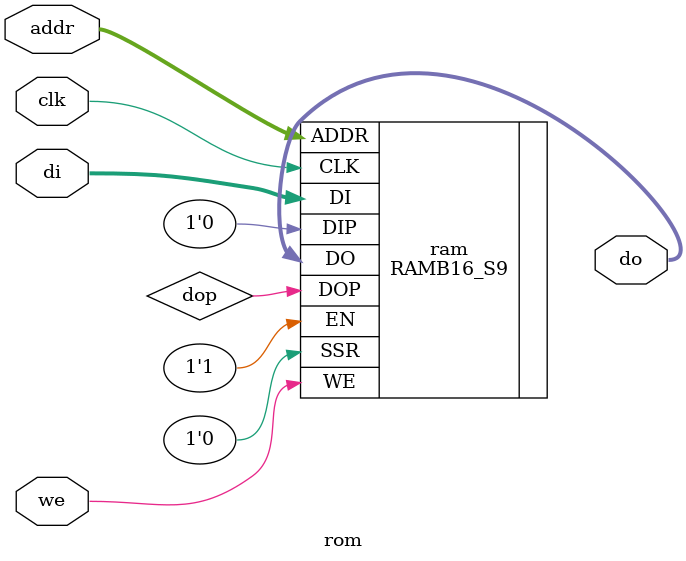
<source format=v>


module rom(clk, addr, di, do, we);

	input clk;
	input [10:0] addr;
	input [7:0] di;
	output [7:0] do;
	input we;

	wire dop;
	
	RAMB16_S9 ram (
		.DO(do),	// 16-bit Data Output
		.DOP(dop),	// 2-bit parity Output
		.ADDR(addr),  	// 10-bit Address Input
		.CLK(clk),	// Clock
		.DI(di),	// 16-bit Data Input
		.DIP(1'd0),	// 2-bit parity Input
		.EN(1'd1),	// RAM Enable Input
		.SSR(1'd0),	// Synchronous Set/Reset Input
		.WE(we)		// Write Enable Input
	);

	defparam ram.INIT_00 = 256'h72756769666e6f632029382874696e69203a6261744_0000_0c02_1020_0901_0870;
//	defparam ram.INIT_00 = 256'h72756769666e6f632029382874696e69203a62617474696e_0c03_1020_0922_0842;

endmodule


</source>
